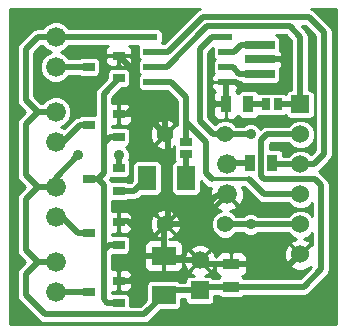
<source format=gbl>
G04 (created by PCBNEW-RS274X (2012-01-19 BZR 3256)-stable) date 07/11/2012 22:21:36*
G01*
G70*
G90*
%MOIN*%
G04 Gerber Fmt 3.4, Leading zero omitted, Abs format*
%FSLAX34Y34*%
G04 APERTURE LIST*
%ADD10C,0.006000*%
%ADD11C,0.055000*%
%ADD12R,0.080000X0.060000*%
%ADD13R,0.060000X0.080000*%
%ADD14R,0.055000X0.035000*%
%ADD15R,0.035000X0.055000*%
%ADD16R,0.060000X0.060000*%
%ADD17C,0.060000*%
%ADD18C,0.066000*%
%ADD19R,0.045000X0.020000*%
%ADD20R,0.100000X0.027600*%
%ADD21R,0.039400X0.027600*%
%ADD22R,0.039400X0.031500*%
%ADD23R,0.031500X0.039400*%
%ADD24C,0.035000*%
%ADD25C,0.019800*%
%ADD26C,0.011900*%
%ADD27C,0.010000*%
G04 APERTURE END LIST*
G54D10*
G54D11*
X12450Y-12450D03*
X10450Y-12450D03*
X12450Y-09450D03*
X10450Y-09450D03*
G54D12*
X10400Y-14800D03*
X10400Y-13500D03*
G54D13*
X11150Y-10900D03*
X09850Y-10900D03*
G54D14*
X12650Y-14525D03*
X12650Y-13775D03*
G54D15*
X13225Y-08450D03*
X12475Y-08450D03*
X13275Y-10400D03*
X14025Y-10400D03*
G54D16*
X11600Y-14650D03*
G54D17*
X11600Y-13650D03*
G54D18*
X06800Y-13700D03*
X06800Y-14700D03*
X06800Y-06200D03*
X06800Y-07200D03*
X06800Y-08700D03*
X06800Y-09700D03*
X06800Y-11200D03*
X06800Y-12200D03*
G54D19*
X09950Y-06200D03*
X09950Y-06700D03*
X09950Y-07200D03*
X09950Y-07700D03*
X12450Y-07700D03*
X12450Y-07200D03*
X12450Y-06700D03*
X12450Y-06200D03*
G54D16*
X14950Y-08450D03*
G54D17*
X14950Y-09450D03*
X14950Y-10450D03*
X14950Y-11450D03*
X14950Y-12450D03*
X14950Y-13450D03*
G54D20*
X13601Y-06476D03*
X13601Y-06949D03*
X13601Y-07421D03*
G54D21*
X07900Y-12750D03*
X08900Y-13125D03*
X08900Y-12375D03*
X07900Y-09150D03*
X08900Y-09525D03*
X08900Y-08775D03*
X07900Y-07200D03*
X08900Y-07575D03*
X08900Y-06825D03*
X07900Y-14700D03*
X08900Y-15075D03*
X08900Y-14325D03*
X07900Y-10950D03*
X08900Y-11325D03*
X08900Y-10575D03*
G54D18*
X12500Y-10450D03*
X12500Y-11450D03*
G54D22*
X11150Y-09703D03*
X11150Y-10097D03*
G54D23*
X13803Y-08450D03*
X14197Y-08450D03*
G54D24*
X13900Y-15050D03*
X10550Y-08450D03*
X12000Y-08450D03*
X13900Y-14000D03*
X13300Y-09450D03*
X13300Y-12450D03*
X07550Y-10150D03*
X08900Y-10150D03*
G54D25*
X14625Y-13775D02*
X14125Y-13775D01*
X09175Y-08775D02*
X08900Y-08775D01*
X09450Y-12600D02*
X09450Y-13750D01*
X09450Y-13750D02*
X09450Y-14150D01*
X09700Y-13500D02*
X09450Y-13750D01*
X14950Y-13450D02*
X14625Y-13775D01*
X10400Y-13500D02*
X09700Y-13500D01*
X09775Y-08775D02*
X09175Y-08775D01*
X12650Y-13775D02*
X14625Y-13775D01*
X09275Y-14325D02*
X08900Y-14325D01*
X10550Y-12350D02*
X10450Y-12450D01*
X10450Y-09450D02*
X10550Y-09550D01*
X10450Y-08550D02*
X10450Y-09450D01*
X11600Y-13650D02*
X10550Y-13650D01*
X10400Y-13500D02*
X10400Y-12500D01*
X14299Y-06949D02*
X13601Y-06949D01*
X12650Y-13775D02*
X11725Y-13775D01*
X08900Y-12375D02*
X08925Y-12350D01*
X10550Y-09550D02*
X10550Y-12350D01*
X12475Y-07725D02*
X12450Y-07700D01*
X11200Y-12450D02*
X10450Y-12450D01*
X09200Y-12350D02*
X09450Y-12600D01*
X10550Y-13650D02*
X10400Y-13500D01*
X12450Y-07700D02*
X12800Y-07700D01*
X11725Y-13775D02*
X11600Y-13650D01*
X12800Y-07700D02*
X12950Y-07850D01*
X12141Y-11509D02*
X11200Y-12450D01*
X09450Y-14150D02*
X09275Y-14325D01*
X09350Y-08600D02*
X09175Y-08775D01*
X14450Y-07100D02*
X14299Y-06949D01*
X14450Y-07600D02*
X14450Y-07100D01*
X13900Y-15050D02*
X13500Y-15050D01*
X12950Y-07850D02*
X14200Y-07850D01*
X09350Y-07275D02*
X09350Y-08600D01*
X08900Y-06825D02*
X09350Y-07275D01*
X10550Y-08450D02*
X10450Y-08550D01*
X12475Y-08450D02*
X12000Y-08450D01*
X12475Y-08450D02*
X12475Y-07725D01*
X14200Y-07850D02*
X14450Y-07600D01*
X10450Y-09450D02*
X09775Y-08775D01*
X10400Y-12500D02*
X10450Y-12450D01*
X12500Y-11509D02*
X12141Y-11509D01*
X14125Y-13775D02*
X13900Y-14000D01*
X08925Y-12350D02*
X09200Y-12350D01*
X14950Y-08450D02*
X14950Y-06200D01*
X14600Y-05850D02*
X11850Y-05850D01*
X10500Y-07200D02*
X09950Y-07200D01*
X14950Y-06200D02*
X14600Y-05850D01*
X11850Y-05850D02*
X10500Y-07200D01*
X14197Y-08450D02*
X14950Y-08450D01*
X10650Y-07700D02*
X09950Y-07700D01*
X11150Y-09703D02*
X11150Y-09050D01*
X11800Y-09700D02*
X11150Y-09050D01*
X11150Y-08200D02*
X10650Y-07700D01*
G54D26*
X13250Y-10950D02*
X12000Y-10950D01*
G54D25*
X12000Y-10950D02*
X11800Y-10750D01*
X11800Y-10750D02*
X11800Y-09700D01*
X11150Y-09050D02*
X11150Y-08200D01*
X14950Y-11450D02*
X13750Y-11450D01*
X13750Y-11450D02*
X13250Y-10950D01*
X08200Y-10950D02*
X08400Y-10750D01*
X08900Y-15075D02*
X08525Y-15075D01*
X08400Y-08100D02*
X08400Y-09750D01*
X08900Y-13125D02*
X08575Y-13125D01*
X08575Y-13125D02*
X08400Y-13300D01*
X08900Y-07575D02*
X08925Y-07575D01*
X08925Y-07575D02*
X08400Y-08100D01*
X08200Y-10950D02*
X08400Y-11150D01*
X08625Y-09525D02*
X08400Y-09750D01*
X07900Y-10950D02*
X08200Y-10950D01*
X08400Y-11150D02*
X08400Y-13300D01*
X08400Y-14950D02*
X08400Y-13300D01*
X08900Y-09525D02*
X08625Y-09525D01*
X08525Y-15075D02*
X08400Y-14950D01*
X08400Y-10750D02*
X08400Y-09750D01*
X09850Y-10900D02*
X09425Y-11325D01*
X09425Y-11325D02*
X08900Y-11325D01*
X13275Y-10400D02*
X12550Y-10400D01*
X12550Y-10400D02*
X12500Y-10450D01*
X07900Y-14700D02*
X06800Y-14700D01*
X07900Y-07200D02*
X06800Y-07200D01*
X07900Y-12750D02*
X07550Y-12750D01*
X07550Y-12750D02*
X07000Y-12200D01*
X07000Y-12200D02*
X06800Y-12200D01*
X07050Y-09700D02*
X06800Y-09700D01*
X07600Y-09150D02*
X07050Y-09700D01*
X07900Y-09150D02*
X07600Y-09150D01*
X12750Y-06700D02*
X12974Y-06476D01*
X12974Y-06476D02*
X13601Y-06476D01*
X12450Y-06700D02*
X12750Y-06700D01*
X12450Y-07200D02*
X12700Y-07200D01*
X12921Y-07421D02*
X13601Y-07421D01*
X12700Y-07200D02*
X12921Y-07421D01*
X13803Y-08450D02*
X13225Y-08450D01*
X11150Y-10900D02*
X11150Y-10097D01*
X14950Y-12450D02*
X13300Y-12450D01*
X12450Y-09450D02*
X13300Y-09450D01*
X13300Y-12450D02*
X12450Y-12450D01*
X11600Y-06600D02*
X11600Y-09000D01*
X12000Y-06200D02*
X11600Y-06600D01*
X12050Y-09450D02*
X12450Y-09450D01*
X11600Y-09000D02*
X12050Y-09450D01*
X12450Y-06200D02*
X12000Y-06200D01*
X11700Y-05550D02*
X15250Y-05550D01*
X15750Y-10100D02*
X15400Y-10450D01*
X10550Y-06700D02*
X11700Y-05550D01*
X15750Y-06050D02*
X15750Y-10100D01*
X14950Y-10450D02*
X14075Y-10450D01*
X15250Y-05550D02*
X15750Y-06050D01*
X15400Y-10450D02*
X14950Y-10450D01*
X14075Y-10450D02*
X14025Y-10400D01*
X09950Y-06700D02*
X10550Y-06700D01*
X11600Y-14650D02*
X10550Y-14650D01*
X07550Y-10150D02*
X07550Y-10150D01*
X06800Y-11200D02*
X06200Y-11200D01*
X09750Y-15450D02*
X06450Y-15450D01*
X13650Y-10850D02*
X13650Y-09650D01*
X06800Y-13700D02*
X06200Y-13700D01*
X15650Y-11150D02*
X15450Y-10950D01*
X13750Y-10950D02*
X13650Y-10850D01*
X06800Y-10900D02*
X07550Y-10150D01*
X15450Y-10950D02*
X13750Y-10950D01*
X05800Y-13300D02*
X05800Y-11600D01*
X06800Y-06200D02*
X09950Y-06200D01*
X12650Y-14525D02*
X11725Y-14525D01*
X11725Y-14525D02*
X11600Y-14650D01*
X05800Y-06600D02*
X06200Y-06200D01*
X06200Y-13700D02*
X05800Y-13300D01*
X08900Y-10150D02*
X08900Y-10575D01*
X05800Y-14100D02*
X06200Y-13700D01*
X05800Y-11600D02*
X06200Y-11200D01*
X06450Y-15450D02*
X05800Y-14800D01*
X10400Y-14800D02*
X09750Y-15450D01*
X06800Y-08700D02*
X06200Y-08700D01*
X10550Y-14650D02*
X10400Y-14800D01*
X05800Y-09100D02*
X06200Y-08700D01*
X13650Y-09650D02*
X13850Y-09450D01*
X06800Y-11200D02*
X06800Y-10900D01*
X05800Y-08300D02*
X05800Y-06600D01*
X06200Y-08700D02*
X05800Y-08300D01*
X05800Y-14800D02*
X05800Y-14100D01*
X06200Y-11200D02*
X05800Y-10800D01*
X12650Y-14525D02*
X15075Y-14525D01*
X13850Y-09450D02*
X14950Y-09450D01*
X15075Y-14525D02*
X15650Y-13950D01*
X15650Y-13950D02*
X15650Y-11150D01*
X06200Y-06200D02*
X06800Y-06200D01*
X05800Y-10800D02*
X05800Y-09100D01*
G54D10*
G36*
X14656Y-07956D02*
X14612Y-07956D01*
X14541Y-07985D01*
X14486Y-08040D01*
X14464Y-08089D01*
X14393Y-08059D01*
X14316Y-08059D01*
X14002Y-08059D01*
X14000Y-08059D01*
X13999Y-08059D01*
X13922Y-08059D01*
X13608Y-08059D01*
X13568Y-08075D01*
X13565Y-08066D01*
X13510Y-08011D01*
X13439Y-07981D01*
X13362Y-07981D01*
X13012Y-07981D01*
X12941Y-08010D01*
X12886Y-08065D01*
X12879Y-08079D01*
X12861Y-08034D01*
X12827Y-08000D01*
X12886Y-07941D01*
X12924Y-07849D01*
X12925Y-07772D01*
X12913Y-07760D01*
X12925Y-07760D01*
X12925Y-07715D01*
X12983Y-07715D01*
X12991Y-07723D01*
X13062Y-07753D01*
X13139Y-07753D01*
X14139Y-07753D01*
X14210Y-07724D01*
X14265Y-07669D01*
X14295Y-07598D01*
X14295Y-07521D01*
X14295Y-07245D01*
X14312Y-07228D01*
X14350Y-07136D01*
X14351Y-07021D01*
X14289Y-06959D01*
X13661Y-06959D01*
X13611Y-06959D01*
X13591Y-06959D01*
X13591Y-06939D01*
X13611Y-06939D01*
X13661Y-06939D01*
X14289Y-06939D01*
X14351Y-06877D01*
X14350Y-06762D01*
X14312Y-06670D01*
X14295Y-06653D01*
X14295Y-06576D01*
X14295Y-06300D01*
X14266Y-06229D01*
X14211Y-06174D01*
X14140Y-06144D01*
X14478Y-06144D01*
X14656Y-06322D01*
X14656Y-07956D01*
X14656Y-07956D01*
G37*
G54D27*
X14656Y-07956D02*
X14612Y-07956D01*
X14541Y-07985D01*
X14486Y-08040D01*
X14464Y-08089D01*
X14393Y-08059D01*
X14316Y-08059D01*
X14002Y-08059D01*
X14000Y-08059D01*
X13999Y-08059D01*
X13922Y-08059D01*
X13608Y-08059D01*
X13568Y-08075D01*
X13565Y-08066D01*
X13510Y-08011D01*
X13439Y-07981D01*
X13362Y-07981D01*
X13012Y-07981D01*
X12941Y-08010D01*
X12886Y-08065D01*
X12879Y-08079D01*
X12861Y-08034D01*
X12827Y-08000D01*
X12886Y-07941D01*
X12924Y-07849D01*
X12925Y-07772D01*
X12913Y-07760D01*
X12925Y-07760D01*
X12925Y-07715D01*
X12983Y-07715D01*
X12991Y-07723D01*
X13062Y-07753D01*
X13139Y-07753D01*
X14139Y-07753D01*
X14210Y-07724D01*
X14265Y-07669D01*
X14295Y-07598D01*
X14295Y-07521D01*
X14295Y-07245D01*
X14312Y-07228D01*
X14350Y-07136D01*
X14351Y-07021D01*
X14289Y-06959D01*
X13661Y-06959D01*
X13611Y-06959D01*
X13591Y-06959D01*
X13591Y-06939D01*
X13611Y-06939D01*
X13661Y-06939D01*
X14289Y-06939D01*
X14351Y-06877D01*
X14350Y-06762D01*
X14312Y-06670D01*
X14295Y-06653D01*
X14295Y-06576D01*
X14295Y-06300D01*
X14266Y-06229D01*
X14211Y-06174D01*
X14140Y-06144D01*
X14478Y-06144D01*
X14656Y-06322D01*
X14656Y-07956D01*
G54D10*
G36*
X15356Y-13125D02*
X15301Y-13113D01*
X14999Y-13415D01*
X14964Y-13450D01*
X14950Y-13464D01*
X14936Y-13478D01*
X14936Y-13450D01*
X14599Y-13113D01*
X14500Y-13135D01*
X14413Y-13332D01*
X14409Y-13547D01*
X14487Y-13746D01*
X14500Y-13765D01*
X14599Y-13787D01*
X14936Y-13450D01*
X14936Y-13478D01*
X14915Y-13499D01*
X14613Y-13801D01*
X14635Y-13900D01*
X14832Y-13987D01*
X15047Y-13991D01*
X15246Y-13913D01*
X15265Y-13900D01*
X15274Y-13859D01*
X15287Y-13871D01*
X15299Y-13884D01*
X15287Y-13897D01*
X14953Y-14231D01*
X13080Y-14231D01*
X13035Y-14186D01*
X13020Y-14179D01*
X13066Y-14161D01*
X13136Y-14091D01*
X13174Y-13999D01*
X13175Y-13847D01*
X13175Y-13703D01*
X13174Y-13551D01*
X13136Y-13459D01*
X13066Y-13389D01*
X12975Y-13351D01*
X12876Y-13351D01*
X12722Y-13350D01*
X12660Y-13412D01*
X12660Y-13765D01*
X13113Y-13765D01*
X13175Y-13703D01*
X13175Y-13847D01*
X13113Y-13785D01*
X12710Y-13785D01*
X12660Y-13785D01*
X12640Y-13785D01*
X12640Y-13765D01*
X12640Y-13715D01*
X12640Y-13412D01*
X12578Y-13350D01*
X12424Y-13351D01*
X12325Y-13351D01*
X12234Y-13389D01*
X12164Y-13459D01*
X12133Y-13533D01*
X12063Y-13354D01*
X12050Y-13335D01*
X11951Y-13313D01*
X11937Y-13327D01*
X11937Y-13299D01*
X11915Y-13200D01*
X11718Y-13113D01*
X11503Y-13109D01*
X11304Y-13187D01*
X11285Y-13200D01*
X11263Y-13299D01*
X11600Y-13636D01*
X11937Y-13299D01*
X11937Y-13327D01*
X11614Y-13650D01*
X11951Y-13987D01*
X12050Y-13965D01*
X12125Y-13795D01*
X12125Y-13835D01*
X12137Y-13835D01*
X12125Y-13847D01*
X12126Y-13999D01*
X12164Y-14091D01*
X12234Y-14161D01*
X12278Y-14179D01*
X12266Y-14185D01*
X12220Y-14231D01*
X12055Y-14231D01*
X12010Y-14186D01*
X11939Y-14156D01*
X11862Y-14156D01*
X11786Y-14156D01*
X11896Y-14113D01*
X11915Y-14100D01*
X11937Y-14001D01*
X11600Y-13664D01*
X11586Y-13678D01*
X11586Y-13650D01*
X11249Y-13313D01*
X11150Y-13335D01*
X11063Y-13532D01*
X11059Y-13747D01*
X11137Y-13946D01*
X11150Y-13965D01*
X11249Y-13987D01*
X11586Y-13650D01*
X11586Y-13678D01*
X11263Y-14001D01*
X11285Y-14100D01*
X11411Y-14156D01*
X11262Y-14156D01*
X11191Y-14185D01*
X11136Y-14240D01*
X11106Y-14311D01*
X11106Y-14356D01*
X11050Y-14356D01*
X11050Y-13572D01*
X11050Y-13428D01*
X11049Y-13151D01*
X11011Y-13059D01*
X10966Y-13014D01*
X10966Y-12358D01*
X10892Y-12168D01*
X10880Y-12150D01*
X10784Y-12130D01*
X10770Y-12144D01*
X10770Y-12116D01*
X10750Y-12020D01*
X10563Y-11938D01*
X10358Y-11934D01*
X10168Y-12008D01*
X10150Y-12020D01*
X10130Y-12116D01*
X10450Y-12436D01*
X10770Y-12116D01*
X10770Y-12144D01*
X10464Y-12450D01*
X10784Y-12770D01*
X10880Y-12750D01*
X10962Y-12563D01*
X10966Y-12358D01*
X10966Y-13014D01*
X10941Y-12989D01*
X10850Y-12951D01*
X10751Y-12951D01*
X10582Y-12950D01*
X10732Y-12892D01*
X10750Y-12880D01*
X10770Y-12784D01*
X10450Y-12464D01*
X10436Y-12478D01*
X10436Y-12450D01*
X10116Y-12130D01*
X10020Y-12150D01*
X09938Y-12337D01*
X09934Y-12542D01*
X10008Y-12732D01*
X10020Y-12750D01*
X10116Y-12770D01*
X10436Y-12450D01*
X10436Y-12478D01*
X10130Y-12784D01*
X10150Y-12880D01*
X10309Y-12950D01*
X10049Y-12951D01*
X09950Y-12951D01*
X09859Y-12989D01*
X09789Y-13059D01*
X09751Y-13151D01*
X09750Y-13428D01*
X09812Y-13490D01*
X10340Y-13490D01*
X10390Y-13490D01*
X10410Y-13490D01*
X10460Y-13490D01*
X10988Y-13490D01*
X11050Y-13428D01*
X11050Y-13572D01*
X10988Y-13510D01*
X10410Y-13510D01*
X10410Y-13988D01*
X10472Y-14050D01*
X10751Y-14049D01*
X10850Y-14049D01*
X10941Y-14011D01*
X11011Y-13941D01*
X11049Y-13849D01*
X11050Y-13572D01*
X11050Y-14356D01*
X10930Y-14356D01*
X10910Y-14336D01*
X10839Y-14306D01*
X10762Y-14306D01*
X10390Y-14306D01*
X10390Y-13988D01*
X10390Y-13510D01*
X09812Y-13510D01*
X09750Y-13572D01*
X09751Y-13849D01*
X09789Y-13941D01*
X09859Y-14011D01*
X09950Y-14049D01*
X10049Y-14049D01*
X10328Y-14050D01*
X10390Y-13988D01*
X10390Y-14306D01*
X09962Y-14306D01*
X09891Y-14335D01*
X09836Y-14390D01*
X09806Y-14461D01*
X09806Y-14538D01*
X09806Y-14978D01*
X09628Y-15156D01*
X09347Y-15156D01*
X09347Y-14397D01*
X09347Y-14253D01*
X09347Y-12447D01*
X09347Y-12303D01*
X09346Y-12188D01*
X09308Y-12096D01*
X09238Y-12026D01*
X09147Y-11988D01*
X09048Y-11988D01*
X08972Y-11987D01*
X08910Y-12049D01*
X08910Y-12365D01*
X09285Y-12365D01*
X09347Y-12303D01*
X09347Y-12447D01*
X09285Y-12385D01*
X08910Y-12385D01*
X08910Y-12701D01*
X08972Y-12763D01*
X09048Y-12762D01*
X09147Y-12762D01*
X09238Y-12724D01*
X09308Y-12654D01*
X09346Y-12562D01*
X09347Y-12447D01*
X09347Y-14253D01*
X09346Y-14138D01*
X09308Y-14046D01*
X09238Y-13976D01*
X09147Y-13938D01*
X09048Y-13938D01*
X08972Y-13937D01*
X08910Y-13999D01*
X08910Y-14315D01*
X09285Y-14315D01*
X09347Y-14253D01*
X09347Y-14397D01*
X09285Y-14335D01*
X08910Y-14335D01*
X08910Y-14651D01*
X08972Y-14713D01*
X09048Y-14712D01*
X09147Y-14712D01*
X09238Y-14674D01*
X09308Y-14604D01*
X09346Y-14512D01*
X09347Y-14397D01*
X09347Y-15156D01*
X09291Y-15156D01*
X09291Y-14899D01*
X09262Y-14828D01*
X09207Y-14773D01*
X09136Y-14743D01*
X09059Y-14743D01*
X08694Y-14743D01*
X08694Y-14712D01*
X08752Y-14712D01*
X08828Y-14713D01*
X08890Y-14651D01*
X08890Y-14385D01*
X08890Y-14335D01*
X08890Y-14315D01*
X08890Y-14265D01*
X08890Y-13999D01*
X08828Y-13937D01*
X08752Y-13938D01*
X08694Y-13938D01*
X08694Y-13457D01*
X08741Y-13457D01*
X09135Y-13457D01*
X09206Y-13428D01*
X09261Y-13373D01*
X09291Y-13302D01*
X09291Y-13225D01*
X09291Y-12949D01*
X09262Y-12878D01*
X09207Y-12823D01*
X09136Y-12793D01*
X09059Y-12793D01*
X08694Y-12793D01*
X08694Y-12762D01*
X08752Y-12762D01*
X08828Y-12763D01*
X08890Y-12701D01*
X08890Y-12435D01*
X08890Y-12385D01*
X08890Y-12365D01*
X08890Y-12315D01*
X08890Y-12049D01*
X08828Y-11987D01*
X08752Y-11988D01*
X08694Y-11988D01*
X08694Y-11657D01*
X08741Y-11657D01*
X09135Y-11657D01*
X09206Y-11628D01*
X09215Y-11619D01*
X09425Y-11619D01*
X09537Y-11597D01*
X09538Y-11597D01*
X09633Y-11533D01*
X09672Y-11494D01*
X10188Y-11494D01*
X10259Y-11465D01*
X10314Y-11410D01*
X10344Y-11339D01*
X10344Y-11262D01*
X10344Y-10462D01*
X10315Y-10391D01*
X10260Y-10336D01*
X10189Y-10306D01*
X10112Y-10306D01*
X09512Y-10306D01*
X09441Y-10335D01*
X09386Y-10390D01*
X09356Y-10461D01*
X09356Y-10538D01*
X09356Y-10978D01*
X09347Y-10987D01*
X09347Y-08847D01*
X09347Y-08703D01*
X09347Y-06897D01*
X09285Y-06835D01*
X08910Y-06835D01*
X08910Y-07151D01*
X08972Y-07213D01*
X09048Y-07212D01*
X09147Y-07212D01*
X09238Y-07174D01*
X09308Y-07104D01*
X09346Y-07012D01*
X09347Y-06897D01*
X09347Y-08703D01*
X09346Y-08588D01*
X09308Y-08496D01*
X09238Y-08426D01*
X09147Y-08388D01*
X09048Y-08388D01*
X08972Y-08387D01*
X08910Y-08449D01*
X08910Y-08765D01*
X09285Y-08765D01*
X09347Y-08703D01*
X09347Y-08847D01*
X09285Y-08785D01*
X08910Y-08785D01*
X08910Y-09101D01*
X08972Y-09163D01*
X09048Y-09162D01*
X09147Y-09162D01*
X09238Y-09124D01*
X09308Y-09054D01*
X09346Y-08962D01*
X09347Y-08847D01*
X09347Y-10987D01*
X09303Y-11031D01*
X09215Y-11031D01*
X09207Y-11023D01*
X09136Y-10993D01*
X09059Y-10993D01*
X08665Y-10993D01*
X08647Y-11000D01*
X08613Y-10950D01*
X08647Y-10899D01*
X08664Y-10907D01*
X08741Y-10907D01*
X09135Y-10907D01*
X09206Y-10878D01*
X09261Y-10823D01*
X09291Y-10752D01*
X09291Y-10675D01*
X09291Y-10399D01*
X09262Y-10328D01*
X09236Y-10302D01*
X09270Y-10224D01*
X09270Y-10077D01*
X09214Y-09941D01*
X09130Y-09857D01*
X09135Y-09857D01*
X09206Y-09828D01*
X09261Y-09773D01*
X09291Y-09702D01*
X09291Y-09625D01*
X09291Y-09349D01*
X09262Y-09278D01*
X09207Y-09223D01*
X09136Y-09193D01*
X09059Y-09193D01*
X08694Y-09193D01*
X08694Y-09162D01*
X08752Y-09162D01*
X08828Y-09163D01*
X08890Y-09101D01*
X08890Y-08835D01*
X08890Y-08785D01*
X08890Y-08765D01*
X08890Y-08715D01*
X08890Y-08449D01*
X08828Y-08387D01*
X08752Y-08388D01*
X08694Y-08388D01*
X08694Y-08222D01*
X09009Y-07907D01*
X09135Y-07907D01*
X09206Y-07878D01*
X09261Y-07823D01*
X09291Y-07752D01*
X09291Y-07675D01*
X09291Y-07399D01*
X09262Y-07328D01*
X09207Y-07273D01*
X09136Y-07243D01*
X09059Y-07243D01*
X08890Y-07243D01*
X08890Y-07151D01*
X08890Y-06835D01*
X08515Y-06835D01*
X08453Y-06897D01*
X08454Y-07012D01*
X08492Y-07104D01*
X08562Y-07174D01*
X08653Y-07212D01*
X08752Y-07212D01*
X08828Y-07213D01*
X08890Y-07151D01*
X08890Y-07243D01*
X08665Y-07243D01*
X08594Y-07272D01*
X08539Y-07327D01*
X08509Y-07398D01*
X08509Y-07475D01*
X08509Y-07575D01*
X08192Y-07892D01*
X08128Y-07987D01*
X08106Y-08100D01*
X08106Y-08818D01*
X08059Y-08818D01*
X07665Y-08818D01*
X07594Y-08847D01*
X07581Y-08859D01*
X07487Y-08878D01*
X07392Y-08942D01*
X07389Y-08945D01*
X07084Y-09249D01*
X06964Y-09199D01*
X07097Y-09145D01*
X07245Y-08998D01*
X07325Y-08805D01*
X07325Y-08596D01*
X07245Y-08403D01*
X07098Y-08255D01*
X06905Y-08175D01*
X06696Y-08175D01*
X06503Y-08255D01*
X06355Y-08402D01*
X06353Y-08406D01*
X06321Y-08406D01*
X06094Y-08178D01*
X06094Y-06721D01*
X06321Y-06494D01*
X06353Y-06494D01*
X06355Y-06497D01*
X06502Y-06645D01*
X06635Y-06700D01*
X06503Y-06755D01*
X06355Y-06902D01*
X06275Y-07095D01*
X06275Y-07304D01*
X06355Y-07497D01*
X06502Y-07645D01*
X06695Y-07725D01*
X06904Y-07725D01*
X07097Y-07645D01*
X07245Y-07498D01*
X07246Y-07494D01*
X07585Y-07494D01*
X07593Y-07502D01*
X07664Y-07532D01*
X07741Y-07532D01*
X08135Y-07532D01*
X08206Y-07503D01*
X08261Y-07448D01*
X08291Y-07377D01*
X08291Y-07300D01*
X08291Y-07024D01*
X08262Y-06953D01*
X08207Y-06898D01*
X08136Y-06868D01*
X08059Y-06868D01*
X07665Y-06868D01*
X07594Y-06897D01*
X07585Y-06906D01*
X07246Y-06906D01*
X07245Y-06903D01*
X07098Y-06755D01*
X06964Y-06699D01*
X07097Y-06645D01*
X07245Y-06498D01*
X07246Y-06494D01*
X08544Y-06494D01*
X08492Y-06546D01*
X08454Y-06638D01*
X08453Y-06753D01*
X08515Y-06815D01*
X08840Y-06815D01*
X08890Y-06815D01*
X08910Y-06815D01*
X08960Y-06815D01*
X09285Y-06815D01*
X09347Y-06753D01*
X09346Y-06638D01*
X09308Y-06546D01*
X09256Y-06494D01*
X09559Y-06494D01*
X09531Y-06561D01*
X09531Y-06638D01*
X09531Y-06838D01*
X09560Y-06909D01*
X09601Y-06950D01*
X09561Y-06990D01*
X09531Y-07061D01*
X09531Y-07138D01*
X09531Y-07338D01*
X09560Y-07409D01*
X09601Y-07450D01*
X09561Y-07490D01*
X09531Y-07561D01*
X09531Y-07638D01*
X09531Y-07838D01*
X09560Y-07909D01*
X09615Y-07964D01*
X09686Y-07994D01*
X09763Y-07994D01*
X09950Y-07994D01*
X10213Y-07994D01*
X10528Y-07994D01*
X10856Y-08322D01*
X10856Y-09050D01*
X10856Y-09145D01*
X10784Y-09130D01*
X10770Y-09144D01*
X10770Y-09116D01*
X10750Y-09020D01*
X10563Y-08938D01*
X10358Y-08934D01*
X10168Y-09008D01*
X10150Y-09020D01*
X10130Y-09116D01*
X10450Y-09436D01*
X10770Y-09116D01*
X10770Y-09144D01*
X10499Y-09415D01*
X10464Y-09450D01*
X10450Y-09464D01*
X10436Y-09478D01*
X10436Y-09450D01*
X10116Y-09130D01*
X10020Y-09150D01*
X09938Y-09337D01*
X09934Y-09542D01*
X10008Y-09732D01*
X10020Y-09750D01*
X10116Y-09770D01*
X10436Y-09450D01*
X10436Y-09478D01*
X10415Y-09499D01*
X10130Y-09784D01*
X10150Y-09880D01*
X10337Y-09962D01*
X10542Y-09966D01*
X10732Y-09892D01*
X10750Y-09880D01*
X10757Y-09842D01*
X10759Y-09843D01*
X10759Y-09898D01*
X10759Y-09899D01*
X10759Y-09901D01*
X10759Y-09978D01*
X10759Y-10292D01*
X10771Y-10322D01*
X10741Y-10335D01*
X10686Y-10390D01*
X10656Y-10461D01*
X10656Y-10538D01*
X10656Y-11338D01*
X10685Y-11409D01*
X10740Y-11464D01*
X10811Y-11494D01*
X10888Y-11494D01*
X11488Y-11494D01*
X11559Y-11465D01*
X11614Y-11410D01*
X11644Y-11339D01*
X11644Y-11262D01*
X11644Y-11009D01*
X11792Y-11157D01*
X11887Y-11222D01*
X11972Y-11238D01*
X11935Y-11325D01*
X11930Y-11550D01*
X12012Y-11761D01*
X12026Y-11782D01*
X12127Y-11809D01*
X12451Y-11485D01*
X12486Y-11450D01*
X12500Y-11436D01*
X12514Y-11450D01*
X12549Y-11485D01*
X12873Y-11809D01*
X12974Y-11782D01*
X13065Y-11575D01*
X13070Y-11350D01*
X13013Y-11204D01*
X13088Y-11204D01*
X13542Y-11658D01*
X13637Y-11722D01*
X13750Y-11744D01*
X14545Y-11744D01*
X14670Y-11869D01*
X14851Y-11944D01*
X15048Y-11944D01*
X15230Y-11869D01*
X15356Y-11743D01*
X15356Y-12157D01*
X15230Y-12031D01*
X15049Y-11956D01*
X14852Y-11956D01*
X14670Y-12031D01*
X14545Y-12156D01*
X13529Y-12156D01*
X13510Y-12137D01*
X13374Y-12080D01*
X13227Y-12080D01*
X13091Y-12136D01*
X13071Y-12156D01*
X12821Y-12156D01*
X12717Y-12052D01*
X12620Y-12011D01*
X12811Y-11938D01*
X12832Y-11924D01*
X12859Y-11823D01*
X12500Y-11464D01*
X12141Y-11823D01*
X12168Y-11924D01*
X12325Y-11993D01*
X12184Y-12051D01*
X12052Y-12183D01*
X11980Y-12356D01*
X11980Y-12543D01*
X12051Y-12716D01*
X12183Y-12848D01*
X12356Y-12920D01*
X12543Y-12920D01*
X12716Y-12849D01*
X12821Y-12744D01*
X13071Y-12744D01*
X13090Y-12763D01*
X13226Y-12820D01*
X13373Y-12820D01*
X13509Y-12764D01*
X13529Y-12744D01*
X14545Y-12744D01*
X14670Y-12869D01*
X14808Y-12926D01*
X14654Y-12987D01*
X14635Y-13000D01*
X14613Y-13099D01*
X14950Y-13436D01*
X15287Y-13099D01*
X15265Y-13000D01*
X15094Y-12924D01*
X15230Y-12869D01*
X15356Y-12743D01*
X15356Y-13125D01*
X15356Y-13125D01*
G37*
G54D27*
X15356Y-13125D02*
X15301Y-13113D01*
X14999Y-13415D01*
X14964Y-13450D01*
X14950Y-13464D01*
X14936Y-13478D01*
X14936Y-13450D01*
X14599Y-13113D01*
X14500Y-13135D01*
X14413Y-13332D01*
X14409Y-13547D01*
X14487Y-13746D01*
X14500Y-13765D01*
X14599Y-13787D01*
X14936Y-13450D01*
X14936Y-13478D01*
X14915Y-13499D01*
X14613Y-13801D01*
X14635Y-13900D01*
X14832Y-13987D01*
X15047Y-13991D01*
X15246Y-13913D01*
X15265Y-13900D01*
X15274Y-13859D01*
X15287Y-13871D01*
X15299Y-13884D01*
X15287Y-13897D01*
X14953Y-14231D01*
X13080Y-14231D01*
X13035Y-14186D01*
X13020Y-14179D01*
X13066Y-14161D01*
X13136Y-14091D01*
X13174Y-13999D01*
X13175Y-13847D01*
X13175Y-13703D01*
X13174Y-13551D01*
X13136Y-13459D01*
X13066Y-13389D01*
X12975Y-13351D01*
X12876Y-13351D01*
X12722Y-13350D01*
X12660Y-13412D01*
X12660Y-13765D01*
X13113Y-13765D01*
X13175Y-13703D01*
X13175Y-13847D01*
X13113Y-13785D01*
X12710Y-13785D01*
X12660Y-13785D01*
X12640Y-13785D01*
X12640Y-13765D01*
X12640Y-13715D01*
X12640Y-13412D01*
X12578Y-13350D01*
X12424Y-13351D01*
X12325Y-13351D01*
X12234Y-13389D01*
X12164Y-13459D01*
X12133Y-13533D01*
X12063Y-13354D01*
X12050Y-13335D01*
X11951Y-13313D01*
X11937Y-13327D01*
X11937Y-13299D01*
X11915Y-13200D01*
X11718Y-13113D01*
X11503Y-13109D01*
X11304Y-13187D01*
X11285Y-13200D01*
X11263Y-13299D01*
X11600Y-13636D01*
X11937Y-13299D01*
X11937Y-13327D01*
X11614Y-13650D01*
X11951Y-13987D01*
X12050Y-13965D01*
X12125Y-13795D01*
X12125Y-13835D01*
X12137Y-13835D01*
X12125Y-13847D01*
X12126Y-13999D01*
X12164Y-14091D01*
X12234Y-14161D01*
X12278Y-14179D01*
X12266Y-14185D01*
X12220Y-14231D01*
X12055Y-14231D01*
X12010Y-14186D01*
X11939Y-14156D01*
X11862Y-14156D01*
X11786Y-14156D01*
X11896Y-14113D01*
X11915Y-14100D01*
X11937Y-14001D01*
X11600Y-13664D01*
X11586Y-13678D01*
X11586Y-13650D01*
X11249Y-13313D01*
X11150Y-13335D01*
X11063Y-13532D01*
X11059Y-13747D01*
X11137Y-13946D01*
X11150Y-13965D01*
X11249Y-13987D01*
X11586Y-13650D01*
X11586Y-13678D01*
X11263Y-14001D01*
X11285Y-14100D01*
X11411Y-14156D01*
X11262Y-14156D01*
X11191Y-14185D01*
X11136Y-14240D01*
X11106Y-14311D01*
X11106Y-14356D01*
X11050Y-14356D01*
X11050Y-13572D01*
X11050Y-13428D01*
X11049Y-13151D01*
X11011Y-13059D01*
X10966Y-13014D01*
X10966Y-12358D01*
X10892Y-12168D01*
X10880Y-12150D01*
X10784Y-12130D01*
X10770Y-12144D01*
X10770Y-12116D01*
X10750Y-12020D01*
X10563Y-11938D01*
X10358Y-11934D01*
X10168Y-12008D01*
X10150Y-12020D01*
X10130Y-12116D01*
X10450Y-12436D01*
X10770Y-12116D01*
X10770Y-12144D01*
X10464Y-12450D01*
X10784Y-12770D01*
X10880Y-12750D01*
X10962Y-12563D01*
X10966Y-12358D01*
X10966Y-13014D01*
X10941Y-12989D01*
X10850Y-12951D01*
X10751Y-12951D01*
X10582Y-12950D01*
X10732Y-12892D01*
X10750Y-12880D01*
X10770Y-12784D01*
X10450Y-12464D01*
X10436Y-12478D01*
X10436Y-12450D01*
X10116Y-12130D01*
X10020Y-12150D01*
X09938Y-12337D01*
X09934Y-12542D01*
X10008Y-12732D01*
X10020Y-12750D01*
X10116Y-12770D01*
X10436Y-12450D01*
X10436Y-12478D01*
X10130Y-12784D01*
X10150Y-12880D01*
X10309Y-12950D01*
X10049Y-12951D01*
X09950Y-12951D01*
X09859Y-12989D01*
X09789Y-13059D01*
X09751Y-13151D01*
X09750Y-13428D01*
X09812Y-13490D01*
X10340Y-13490D01*
X10390Y-13490D01*
X10410Y-13490D01*
X10460Y-13490D01*
X10988Y-13490D01*
X11050Y-13428D01*
X11050Y-13572D01*
X10988Y-13510D01*
X10410Y-13510D01*
X10410Y-13988D01*
X10472Y-14050D01*
X10751Y-14049D01*
X10850Y-14049D01*
X10941Y-14011D01*
X11011Y-13941D01*
X11049Y-13849D01*
X11050Y-13572D01*
X11050Y-14356D01*
X10930Y-14356D01*
X10910Y-14336D01*
X10839Y-14306D01*
X10762Y-14306D01*
X10390Y-14306D01*
X10390Y-13988D01*
X10390Y-13510D01*
X09812Y-13510D01*
X09750Y-13572D01*
X09751Y-13849D01*
X09789Y-13941D01*
X09859Y-14011D01*
X09950Y-14049D01*
X10049Y-14049D01*
X10328Y-14050D01*
X10390Y-13988D01*
X10390Y-14306D01*
X09962Y-14306D01*
X09891Y-14335D01*
X09836Y-14390D01*
X09806Y-14461D01*
X09806Y-14538D01*
X09806Y-14978D01*
X09628Y-15156D01*
X09347Y-15156D01*
X09347Y-14397D01*
X09347Y-14253D01*
X09347Y-12447D01*
X09347Y-12303D01*
X09346Y-12188D01*
X09308Y-12096D01*
X09238Y-12026D01*
X09147Y-11988D01*
X09048Y-11988D01*
X08972Y-11987D01*
X08910Y-12049D01*
X08910Y-12365D01*
X09285Y-12365D01*
X09347Y-12303D01*
X09347Y-12447D01*
X09285Y-12385D01*
X08910Y-12385D01*
X08910Y-12701D01*
X08972Y-12763D01*
X09048Y-12762D01*
X09147Y-12762D01*
X09238Y-12724D01*
X09308Y-12654D01*
X09346Y-12562D01*
X09347Y-12447D01*
X09347Y-14253D01*
X09346Y-14138D01*
X09308Y-14046D01*
X09238Y-13976D01*
X09147Y-13938D01*
X09048Y-13938D01*
X08972Y-13937D01*
X08910Y-13999D01*
X08910Y-14315D01*
X09285Y-14315D01*
X09347Y-14253D01*
X09347Y-14397D01*
X09285Y-14335D01*
X08910Y-14335D01*
X08910Y-14651D01*
X08972Y-14713D01*
X09048Y-14712D01*
X09147Y-14712D01*
X09238Y-14674D01*
X09308Y-14604D01*
X09346Y-14512D01*
X09347Y-14397D01*
X09347Y-15156D01*
X09291Y-15156D01*
X09291Y-14899D01*
X09262Y-14828D01*
X09207Y-14773D01*
X09136Y-14743D01*
X09059Y-14743D01*
X08694Y-14743D01*
X08694Y-14712D01*
X08752Y-14712D01*
X08828Y-14713D01*
X08890Y-14651D01*
X08890Y-14385D01*
X08890Y-14335D01*
X08890Y-14315D01*
X08890Y-14265D01*
X08890Y-13999D01*
X08828Y-13937D01*
X08752Y-13938D01*
X08694Y-13938D01*
X08694Y-13457D01*
X08741Y-13457D01*
X09135Y-13457D01*
X09206Y-13428D01*
X09261Y-13373D01*
X09291Y-13302D01*
X09291Y-13225D01*
X09291Y-12949D01*
X09262Y-12878D01*
X09207Y-12823D01*
X09136Y-12793D01*
X09059Y-12793D01*
X08694Y-12793D01*
X08694Y-12762D01*
X08752Y-12762D01*
X08828Y-12763D01*
X08890Y-12701D01*
X08890Y-12435D01*
X08890Y-12385D01*
X08890Y-12365D01*
X08890Y-12315D01*
X08890Y-12049D01*
X08828Y-11987D01*
X08752Y-11988D01*
X08694Y-11988D01*
X08694Y-11657D01*
X08741Y-11657D01*
X09135Y-11657D01*
X09206Y-11628D01*
X09215Y-11619D01*
X09425Y-11619D01*
X09537Y-11597D01*
X09538Y-11597D01*
X09633Y-11533D01*
X09672Y-11494D01*
X10188Y-11494D01*
X10259Y-11465D01*
X10314Y-11410D01*
X10344Y-11339D01*
X10344Y-11262D01*
X10344Y-10462D01*
X10315Y-10391D01*
X10260Y-10336D01*
X10189Y-10306D01*
X10112Y-10306D01*
X09512Y-10306D01*
X09441Y-10335D01*
X09386Y-10390D01*
X09356Y-10461D01*
X09356Y-10538D01*
X09356Y-10978D01*
X09347Y-10987D01*
X09347Y-08847D01*
X09347Y-08703D01*
X09347Y-06897D01*
X09285Y-06835D01*
X08910Y-06835D01*
X08910Y-07151D01*
X08972Y-07213D01*
X09048Y-07212D01*
X09147Y-07212D01*
X09238Y-07174D01*
X09308Y-07104D01*
X09346Y-07012D01*
X09347Y-06897D01*
X09347Y-08703D01*
X09346Y-08588D01*
X09308Y-08496D01*
X09238Y-08426D01*
X09147Y-08388D01*
X09048Y-08388D01*
X08972Y-08387D01*
X08910Y-08449D01*
X08910Y-08765D01*
X09285Y-08765D01*
X09347Y-08703D01*
X09347Y-08847D01*
X09285Y-08785D01*
X08910Y-08785D01*
X08910Y-09101D01*
X08972Y-09163D01*
X09048Y-09162D01*
X09147Y-09162D01*
X09238Y-09124D01*
X09308Y-09054D01*
X09346Y-08962D01*
X09347Y-08847D01*
X09347Y-10987D01*
X09303Y-11031D01*
X09215Y-11031D01*
X09207Y-11023D01*
X09136Y-10993D01*
X09059Y-10993D01*
X08665Y-10993D01*
X08647Y-11000D01*
X08613Y-10950D01*
X08647Y-10899D01*
X08664Y-10907D01*
X08741Y-10907D01*
X09135Y-10907D01*
X09206Y-10878D01*
X09261Y-10823D01*
X09291Y-10752D01*
X09291Y-10675D01*
X09291Y-10399D01*
X09262Y-10328D01*
X09236Y-10302D01*
X09270Y-10224D01*
X09270Y-10077D01*
X09214Y-09941D01*
X09130Y-09857D01*
X09135Y-09857D01*
X09206Y-09828D01*
X09261Y-09773D01*
X09291Y-09702D01*
X09291Y-09625D01*
X09291Y-09349D01*
X09262Y-09278D01*
X09207Y-09223D01*
X09136Y-09193D01*
X09059Y-09193D01*
X08694Y-09193D01*
X08694Y-09162D01*
X08752Y-09162D01*
X08828Y-09163D01*
X08890Y-09101D01*
X08890Y-08835D01*
X08890Y-08785D01*
X08890Y-08765D01*
X08890Y-08715D01*
X08890Y-08449D01*
X08828Y-08387D01*
X08752Y-08388D01*
X08694Y-08388D01*
X08694Y-08222D01*
X09009Y-07907D01*
X09135Y-07907D01*
X09206Y-07878D01*
X09261Y-07823D01*
X09291Y-07752D01*
X09291Y-07675D01*
X09291Y-07399D01*
X09262Y-07328D01*
X09207Y-07273D01*
X09136Y-07243D01*
X09059Y-07243D01*
X08890Y-07243D01*
X08890Y-07151D01*
X08890Y-06835D01*
X08515Y-06835D01*
X08453Y-06897D01*
X08454Y-07012D01*
X08492Y-07104D01*
X08562Y-07174D01*
X08653Y-07212D01*
X08752Y-07212D01*
X08828Y-07213D01*
X08890Y-07151D01*
X08890Y-07243D01*
X08665Y-07243D01*
X08594Y-07272D01*
X08539Y-07327D01*
X08509Y-07398D01*
X08509Y-07475D01*
X08509Y-07575D01*
X08192Y-07892D01*
X08128Y-07987D01*
X08106Y-08100D01*
X08106Y-08818D01*
X08059Y-08818D01*
X07665Y-08818D01*
X07594Y-08847D01*
X07581Y-08859D01*
X07487Y-08878D01*
X07392Y-08942D01*
X07389Y-08945D01*
X07084Y-09249D01*
X06964Y-09199D01*
X07097Y-09145D01*
X07245Y-08998D01*
X07325Y-08805D01*
X07325Y-08596D01*
X07245Y-08403D01*
X07098Y-08255D01*
X06905Y-08175D01*
X06696Y-08175D01*
X06503Y-08255D01*
X06355Y-08402D01*
X06353Y-08406D01*
X06321Y-08406D01*
X06094Y-08178D01*
X06094Y-06721D01*
X06321Y-06494D01*
X06353Y-06494D01*
X06355Y-06497D01*
X06502Y-06645D01*
X06635Y-06700D01*
X06503Y-06755D01*
X06355Y-06902D01*
X06275Y-07095D01*
X06275Y-07304D01*
X06355Y-07497D01*
X06502Y-07645D01*
X06695Y-07725D01*
X06904Y-07725D01*
X07097Y-07645D01*
X07245Y-07498D01*
X07246Y-07494D01*
X07585Y-07494D01*
X07593Y-07502D01*
X07664Y-07532D01*
X07741Y-07532D01*
X08135Y-07532D01*
X08206Y-07503D01*
X08261Y-07448D01*
X08291Y-07377D01*
X08291Y-07300D01*
X08291Y-07024D01*
X08262Y-06953D01*
X08207Y-06898D01*
X08136Y-06868D01*
X08059Y-06868D01*
X07665Y-06868D01*
X07594Y-06897D01*
X07585Y-06906D01*
X07246Y-06906D01*
X07245Y-06903D01*
X07098Y-06755D01*
X06964Y-06699D01*
X07097Y-06645D01*
X07245Y-06498D01*
X07246Y-06494D01*
X08544Y-06494D01*
X08492Y-06546D01*
X08454Y-06638D01*
X08453Y-06753D01*
X08515Y-06815D01*
X08840Y-06815D01*
X08890Y-06815D01*
X08910Y-06815D01*
X08960Y-06815D01*
X09285Y-06815D01*
X09347Y-06753D01*
X09346Y-06638D01*
X09308Y-06546D01*
X09256Y-06494D01*
X09559Y-06494D01*
X09531Y-06561D01*
X09531Y-06638D01*
X09531Y-06838D01*
X09560Y-06909D01*
X09601Y-06950D01*
X09561Y-06990D01*
X09531Y-07061D01*
X09531Y-07138D01*
X09531Y-07338D01*
X09560Y-07409D01*
X09601Y-07450D01*
X09561Y-07490D01*
X09531Y-07561D01*
X09531Y-07638D01*
X09531Y-07838D01*
X09560Y-07909D01*
X09615Y-07964D01*
X09686Y-07994D01*
X09763Y-07994D01*
X09950Y-07994D01*
X10213Y-07994D01*
X10528Y-07994D01*
X10856Y-08322D01*
X10856Y-09050D01*
X10856Y-09145D01*
X10784Y-09130D01*
X10770Y-09144D01*
X10770Y-09116D01*
X10750Y-09020D01*
X10563Y-08938D01*
X10358Y-08934D01*
X10168Y-09008D01*
X10150Y-09020D01*
X10130Y-09116D01*
X10450Y-09436D01*
X10770Y-09116D01*
X10770Y-09144D01*
X10499Y-09415D01*
X10464Y-09450D01*
X10450Y-09464D01*
X10436Y-09478D01*
X10436Y-09450D01*
X10116Y-09130D01*
X10020Y-09150D01*
X09938Y-09337D01*
X09934Y-09542D01*
X10008Y-09732D01*
X10020Y-09750D01*
X10116Y-09770D01*
X10436Y-09450D01*
X10436Y-09478D01*
X10415Y-09499D01*
X10130Y-09784D01*
X10150Y-09880D01*
X10337Y-09962D01*
X10542Y-09966D01*
X10732Y-09892D01*
X10750Y-09880D01*
X10757Y-09842D01*
X10759Y-09843D01*
X10759Y-09898D01*
X10759Y-09899D01*
X10759Y-09901D01*
X10759Y-09978D01*
X10759Y-10292D01*
X10771Y-10322D01*
X10741Y-10335D01*
X10686Y-10390D01*
X10656Y-10461D01*
X10656Y-10538D01*
X10656Y-11338D01*
X10685Y-11409D01*
X10740Y-11464D01*
X10811Y-11494D01*
X10888Y-11494D01*
X11488Y-11494D01*
X11559Y-11465D01*
X11614Y-11410D01*
X11644Y-11339D01*
X11644Y-11262D01*
X11644Y-11009D01*
X11792Y-11157D01*
X11887Y-11222D01*
X11972Y-11238D01*
X11935Y-11325D01*
X11930Y-11550D01*
X12012Y-11761D01*
X12026Y-11782D01*
X12127Y-11809D01*
X12451Y-11485D01*
X12486Y-11450D01*
X12500Y-11436D01*
X12514Y-11450D01*
X12549Y-11485D01*
X12873Y-11809D01*
X12974Y-11782D01*
X13065Y-11575D01*
X13070Y-11350D01*
X13013Y-11204D01*
X13088Y-11204D01*
X13542Y-11658D01*
X13637Y-11722D01*
X13750Y-11744D01*
X14545Y-11744D01*
X14670Y-11869D01*
X14851Y-11944D01*
X15048Y-11944D01*
X15230Y-11869D01*
X15356Y-11743D01*
X15356Y-12157D01*
X15230Y-12031D01*
X15049Y-11956D01*
X14852Y-11956D01*
X14670Y-12031D01*
X14545Y-12156D01*
X13529Y-12156D01*
X13510Y-12137D01*
X13374Y-12080D01*
X13227Y-12080D01*
X13091Y-12136D01*
X13071Y-12156D01*
X12821Y-12156D01*
X12717Y-12052D01*
X12620Y-12011D01*
X12811Y-11938D01*
X12832Y-11924D01*
X12859Y-11823D01*
X12500Y-11464D01*
X12141Y-11823D01*
X12168Y-11924D01*
X12325Y-11993D01*
X12184Y-12051D01*
X12052Y-12183D01*
X11980Y-12356D01*
X11980Y-12543D01*
X12051Y-12716D01*
X12183Y-12848D01*
X12356Y-12920D01*
X12543Y-12920D01*
X12716Y-12849D01*
X12821Y-12744D01*
X13071Y-12744D01*
X13090Y-12763D01*
X13226Y-12820D01*
X13373Y-12820D01*
X13509Y-12764D01*
X13529Y-12744D01*
X14545Y-12744D01*
X14670Y-12869D01*
X14808Y-12926D01*
X14654Y-12987D01*
X14635Y-13000D01*
X14613Y-13099D01*
X14950Y-13436D01*
X15287Y-13099D01*
X15265Y-13000D01*
X15094Y-12924D01*
X15230Y-12869D01*
X15356Y-12743D01*
X15356Y-13125D01*
G54D10*
G36*
X15456Y-09978D02*
X15316Y-10117D01*
X15230Y-10031D01*
X15049Y-09956D01*
X14852Y-09956D01*
X14670Y-10031D01*
X14545Y-10156D01*
X14394Y-10156D01*
X14394Y-10087D01*
X14365Y-10016D01*
X14310Y-09961D01*
X14239Y-09931D01*
X14162Y-09931D01*
X13944Y-09931D01*
X13944Y-09771D01*
X13971Y-09744D01*
X14545Y-09744D01*
X14670Y-09869D01*
X14851Y-09944D01*
X15048Y-09944D01*
X15230Y-09869D01*
X15369Y-09730D01*
X15444Y-09549D01*
X15444Y-09352D01*
X15369Y-09170D01*
X15230Y-09031D01*
X15049Y-08956D01*
X14852Y-08956D01*
X14670Y-09031D01*
X14545Y-09156D01*
X13850Y-09156D01*
X13849Y-09156D01*
X13737Y-09178D01*
X13642Y-09242D01*
X13639Y-09245D01*
X13622Y-09262D01*
X13614Y-09241D01*
X13510Y-09137D01*
X13374Y-09080D01*
X13227Y-09080D01*
X13091Y-09136D01*
X13071Y-09156D01*
X12821Y-09156D01*
X12717Y-09052D01*
X12544Y-08980D01*
X12465Y-08980D01*
X12465Y-08913D01*
X12465Y-08460D01*
X12112Y-08460D01*
X12050Y-08522D01*
X12051Y-08676D01*
X12051Y-08775D01*
X12089Y-08866D01*
X12159Y-08936D01*
X12251Y-08974D01*
X12403Y-08975D01*
X12465Y-08913D01*
X12465Y-08980D01*
X12357Y-08980D01*
X12184Y-09051D01*
X12125Y-09109D01*
X11894Y-08878D01*
X11894Y-06721D01*
X12031Y-06584D01*
X12031Y-06638D01*
X12031Y-06838D01*
X12060Y-06909D01*
X12101Y-06950D01*
X12061Y-06990D01*
X12031Y-07061D01*
X12031Y-07138D01*
X12031Y-07338D01*
X12060Y-07409D01*
X12062Y-07411D01*
X12014Y-07459D01*
X11976Y-07551D01*
X11975Y-07628D01*
X12037Y-07690D01*
X12390Y-07690D01*
X12440Y-07690D01*
X12460Y-07690D01*
X12460Y-07710D01*
X12440Y-07710D01*
X12390Y-07710D01*
X12037Y-07710D01*
X11975Y-07772D01*
X11976Y-07849D01*
X12014Y-07941D01*
X12084Y-08011D01*
X12103Y-08019D01*
X12089Y-08034D01*
X12051Y-08125D01*
X12051Y-08224D01*
X12050Y-08378D01*
X12112Y-08440D01*
X12415Y-08440D01*
X12465Y-08440D01*
X12485Y-08440D01*
X12485Y-08460D01*
X12485Y-08510D01*
X12485Y-08913D01*
X12547Y-08975D01*
X12699Y-08974D01*
X12791Y-08936D01*
X12861Y-08866D01*
X12879Y-08821D01*
X12885Y-08834D01*
X12940Y-08889D01*
X13011Y-08919D01*
X13088Y-08919D01*
X13438Y-08919D01*
X13509Y-08890D01*
X13564Y-08835D01*
X13568Y-08824D01*
X13607Y-08841D01*
X13684Y-08841D01*
X13998Y-08841D01*
X13999Y-08840D01*
X14001Y-08841D01*
X14078Y-08841D01*
X14392Y-08841D01*
X14463Y-08812D01*
X14464Y-08810D01*
X14485Y-08859D01*
X14540Y-08914D01*
X14611Y-08944D01*
X14688Y-08944D01*
X15288Y-08944D01*
X15359Y-08915D01*
X15414Y-08860D01*
X15444Y-08789D01*
X15444Y-08712D01*
X15444Y-08112D01*
X15415Y-08041D01*
X15360Y-07986D01*
X15289Y-07956D01*
X15244Y-07956D01*
X15244Y-06200D01*
X15243Y-06199D01*
X15222Y-06087D01*
X15158Y-05992D01*
X15157Y-05991D01*
X15010Y-05844D01*
X15128Y-05844D01*
X15456Y-06172D01*
X15456Y-09978D01*
X15456Y-09978D01*
G37*
G54D27*
X15456Y-09978D02*
X15316Y-10117D01*
X15230Y-10031D01*
X15049Y-09956D01*
X14852Y-09956D01*
X14670Y-10031D01*
X14545Y-10156D01*
X14394Y-10156D01*
X14394Y-10087D01*
X14365Y-10016D01*
X14310Y-09961D01*
X14239Y-09931D01*
X14162Y-09931D01*
X13944Y-09931D01*
X13944Y-09771D01*
X13971Y-09744D01*
X14545Y-09744D01*
X14670Y-09869D01*
X14851Y-09944D01*
X15048Y-09944D01*
X15230Y-09869D01*
X15369Y-09730D01*
X15444Y-09549D01*
X15444Y-09352D01*
X15369Y-09170D01*
X15230Y-09031D01*
X15049Y-08956D01*
X14852Y-08956D01*
X14670Y-09031D01*
X14545Y-09156D01*
X13850Y-09156D01*
X13849Y-09156D01*
X13737Y-09178D01*
X13642Y-09242D01*
X13639Y-09245D01*
X13622Y-09262D01*
X13614Y-09241D01*
X13510Y-09137D01*
X13374Y-09080D01*
X13227Y-09080D01*
X13091Y-09136D01*
X13071Y-09156D01*
X12821Y-09156D01*
X12717Y-09052D01*
X12544Y-08980D01*
X12465Y-08980D01*
X12465Y-08913D01*
X12465Y-08460D01*
X12112Y-08460D01*
X12050Y-08522D01*
X12051Y-08676D01*
X12051Y-08775D01*
X12089Y-08866D01*
X12159Y-08936D01*
X12251Y-08974D01*
X12403Y-08975D01*
X12465Y-08913D01*
X12465Y-08980D01*
X12357Y-08980D01*
X12184Y-09051D01*
X12125Y-09109D01*
X11894Y-08878D01*
X11894Y-06721D01*
X12031Y-06584D01*
X12031Y-06638D01*
X12031Y-06838D01*
X12060Y-06909D01*
X12101Y-06950D01*
X12061Y-06990D01*
X12031Y-07061D01*
X12031Y-07138D01*
X12031Y-07338D01*
X12060Y-07409D01*
X12062Y-07411D01*
X12014Y-07459D01*
X11976Y-07551D01*
X11975Y-07628D01*
X12037Y-07690D01*
X12390Y-07690D01*
X12440Y-07690D01*
X12460Y-07690D01*
X12460Y-07710D01*
X12440Y-07710D01*
X12390Y-07710D01*
X12037Y-07710D01*
X11975Y-07772D01*
X11976Y-07849D01*
X12014Y-07941D01*
X12084Y-08011D01*
X12103Y-08019D01*
X12089Y-08034D01*
X12051Y-08125D01*
X12051Y-08224D01*
X12050Y-08378D01*
X12112Y-08440D01*
X12415Y-08440D01*
X12465Y-08440D01*
X12485Y-08440D01*
X12485Y-08460D01*
X12485Y-08510D01*
X12485Y-08913D01*
X12547Y-08975D01*
X12699Y-08974D01*
X12791Y-08936D01*
X12861Y-08866D01*
X12879Y-08821D01*
X12885Y-08834D01*
X12940Y-08889D01*
X13011Y-08919D01*
X13088Y-08919D01*
X13438Y-08919D01*
X13509Y-08890D01*
X13564Y-08835D01*
X13568Y-08824D01*
X13607Y-08841D01*
X13684Y-08841D01*
X13998Y-08841D01*
X13999Y-08840D01*
X14001Y-08841D01*
X14078Y-08841D01*
X14392Y-08841D01*
X14463Y-08812D01*
X14464Y-08810D01*
X14485Y-08859D01*
X14540Y-08914D01*
X14611Y-08944D01*
X14688Y-08944D01*
X15288Y-08944D01*
X15359Y-08915D01*
X15414Y-08860D01*
X15444Y-08789D01*
X15444Y-08712D01*
X15444Y-08112D01*
X15415Y-08041D01*
X15360Y-07986D01*
X15289Y-07956D01*
X15244Y-07956D01*
X15244Y-06200D01*
X15243Y-06199D01*
X15222Y-06087D01*
X15158Y-05992D01*
X15157Y-05991D01*
X15010Y-05844D01*
X15128Y-05844D01*
X15456Y-06172D01*
X15456Y-09978D01*
G54D10*
G36*
X16147Y-15754D02*
X05270Y-15754D01*
X05270Y-05270D01*
X11628Y-05270D01*
X11587Y-05278D01*
X11492Y-05342D01*
X10428Y-06406D01*
X10340Y-06406D01*
X10369Y-06339D01*
X10369Y-06262D01*
X10369Y-06062D01*
X10340Y-05991D01*
X10285Y-05936D01*
X10214Y-05906D01*
X10137Y-05906D01*
X09950Y-05906D01*
X09687Y-05906D01*
X07246Y-05906D01*
X07245Y-05903D01*
X07098Y-05755D01*
X06905Y-05675D01*
X06696Y-05675D01*
X06503Y-05755D01*
X06355Y-05902D01*
X06353Y-05906D01*
X06200Y-05906D01*
X06087Y-05928D01*
X05992Y-05992D01*
X05989Y-05995D01*
X05592Y-06392D01*
X05528Y-06487D01*
X05506Y-06600D01*
X05506Y-08300D01*
X05528Y-08413D01*
X05592Y-08508D01*
X05784Y-08700D01*
X05592Y-08892D01*
X05528Y-08987D01*
X05506Y-09100D01*
X05506Y-10800D01*
X05528Y-10913D01*
X05592Y-11008D01*
X05784Y-11200D01*
X05592Y-11392D01*
X05528Y-11487D01*
X05506Y-11600D01*
X05506Y-13300D01*
X05528Y-13413D01*
X05592Y-13508D01*
X05784Y-13700D01*
X05592Y-13892D01*
X05528Y-13987D01*
X05506Y-14100D01*
X05506Y-14800D01*
X05528Y-14913D01*
X05592Y-15008D01*
X06242Y-15658D01*
X06337Y-15722D01*
X06450Y-15744D01*
X09750Y-15744D01*
X09862Y-15722D01*
X09863Y-15722D01*
X09958Y-15658D01*
X10322Y-15294D01*
X10838Y-15294D01*
X10909Y-15265D01*
X10964Y-15210D01*
X10994Y-15139D01*
X10994Y-15062D01*
X10994Y-14944D01*
X11106Y-14944D01*
X11106Y-14988D01*
X11135Y-15059D01*
X11190Y-15114D01*
X11261Y-15144D01*
X11338Y-15144D01*
X11938Y-15144D01*
X12009Y-15115D01*
X12064Y-15060D01*
X12094Y-14989D01*
X12094Y-14912D01*
X12094Y-14819D01*
X12220Y-14819D01*
X12265Y-14864D01*
X12336Y-14894D01*
X12413Y-14894D01*
X12963Y-14894D01*
X13034Y-14865D01*
X13080Y-14819D01*
X15075Y-14819D01*
X15187Y-14797D01*
X15188Y-14797D01*
X15283Y-14733D01*
X15858Y-14158D01*
X15922Y-14063D01*
X15944Y-13950D01*
X15944Y-11150D01*
X15943Y-11149D01*
X15944Y-11149D01*
X15922Y-11037D01*
X15858Y-10942D01*
X15854Y-10939D01*
X15658Y-10742D01*
X15570Y-10683D01*
X15608Y-10658D01*
X15957Y-10309D01*
X15957Y-10308D01*
X15958Y-10308D01*
X16022Y-10213D01*
X16043Y-10101D01*
X16044Y-10100D01*
X16044Y-06050D01*
X16022Y-05937D01*
X15958Y-05842D01*
X15458Y-05342D01*
X15363Y-05278D01*
X15321Y-05270D01*
X16147Y-05270D01*
X16147Y-15754D01*
X16147Y-15754D01*
G37*
G54D27*
X16147Y-15754D02*
X05270Y-15754D01*
X05270Y-05270D01*
X11628Y-05270D01*
X11587Y-05278D01*
X11492Y-05342D01*
X10428Y-06406D01*
X10340Y-06406D01*
X10369Y-06339D01*
X10369Y-06262D01*
X10369Y-06062D01*
X10340Y-05991D01*
X10285Y-05936D01*
X10214Y-05906D01*
X10137Y-05906D01*
X09950Y-05906D01*
X09687Y-05906D01*
X07246Y-05906D01*
X07245Y-05903D01*
X07098Y-05755D01*
X06905Y-05675D01*
X06696Y-05675D01*
X06503Y-05755D01*
X06355Y-05902D01*
X06353Y-05906D01*
X06200Y-05906D01*
X06087Y-05928D01*
X05992Y-05992D01*
X05989Y-05995D01*
X05592Y-06392D01*
X05528Y-06487D01*
X05506Y-06600D01*
X05506Y-08300D01*
X05528Y-08413D01*
X05592Y-08508D01*
X05784Y-08700D01*
X05592Y-08892D01*
X05528Y-08987D01*
X05506Y-09100D01*
X05506Y-10800D01*
X05528Y-10913D01*
X05592Y-11008D01*
X05784Y-11200D01*
X05592Y-11392D01*
X05528Y-11487D01*
X05506Y-11600D01*
X05506Y-13300D01*
X05528Y-13413D01*
X05592Y-13508D01*
X05784Y-13700D01*
X05592Y-13892D01*
X05528Y-13987D01*
X05506Y-14100D01*
X05506Y-14800D01*
X05528Y-14913D01*
X05592Y-15008D01*
X06242Y-15658D01*
X06337Y-15722D01*
X06450Y-15744D01*
X09750Y-15744D01*
X09862Y-15722D01*
X09863Y-15722D01*
X09958Y-15658D01*
X10322Y-15294D01*
X10838Y-15294D01*
X10909Y-15265D01*
X10964Y-15210D01*
X10994Y-15139D01*
X10994Y-15062D01*
X10994Y-14944D01*
X11106Y-14944D01*
X11106Y-14988D01*
X11135Y-15059D01*
X11190Y-15114D01*
X11261Y-15144D01*
X11338Y-15144D01*
X11938Y-15144D01*
X12009Y-15115D01*
X12064Y-15060D01*
X12094Y-14989D01*
X12094Y-14912D01*
X12094Y-14819D01*
X12220Y-14819D01*
X12265Y-14864D01*
X12336Y-14894D01*
X12413Y-14894D01*
X12963Y-14894D01*
X13034Y-14865D01*
X13080Y-14819D01*
X15075Y-14819D01*
X15187Y-14797D01*
X15188Y-14797D01*
X15283Y-14733D01*
X15858Y-14158D01*
X15922Y-14063D01*
X15944Y-13950D01*
X15944Y-11150D01*
X15943Y-11149D01*
X15944Y-11149D01*
X15922Y-11037D01*
X15858Y-10942D01*
X15854Y-10939D01*
X15658Y-10742D01*
X15570Y-10683D01*
X15608Y-10658D01*
X15957Y-10309D01*
X15957Y-10308D01*
X15958Y-10308D01*
X16022Y-10213D01*
X16043Y-10101D01*
X16044Y-10100D01*
X16044Y-06050D01*
X16022Y-05937D01*
X15958Y-05842D01*
X15458Y-05342D01*
X15363Y-05278D01*
X15321Y-05270D01*
X16147Y-05270D01*
X16147Y-15754D01*
M02*

</source>
